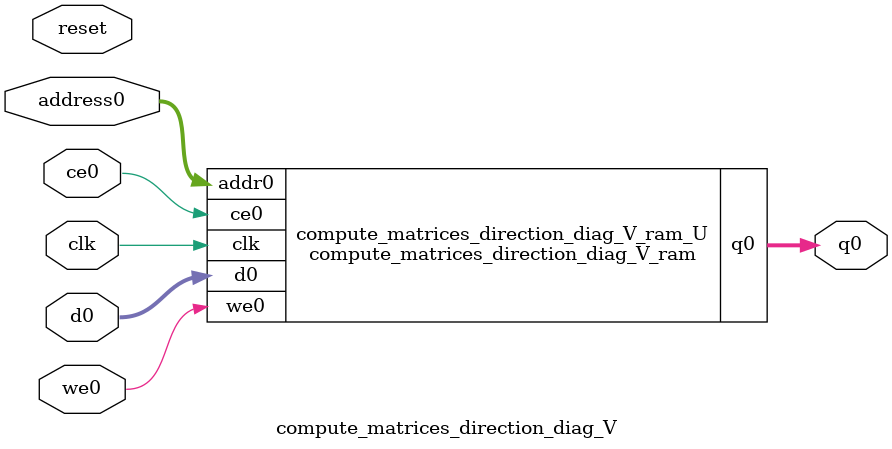
<source format=v>
`timescale 1 ns / 1 ps
module compute_matrices_direction_diag_V_ram (addr0, ce0, d0, we0, q0,  clk);

parameter DWIDTH = 2;
parameter AWIDTH = 8;
parameter MEM_SIZE = 256;

input[AWIDTH-1:0] addr0;
input ce0;
input[DWIDTH-1:0] d0;
input we0;
output reg[DWIDTH-1:0] q0;
input clk;

reg [DWIDTH-1:0] ram[0:MEM_SIZE-1];




always @(posedge clk)  
begin 
    if (ce0) begin
        if (we0) 
            ram[addr0] <= d0; 
        q0 <= ram[addr0];
    end
end


endmodule

`timescale 1 ns / 1 ps
module compute_matrices_direction_diag_V(
    reset,
    clk,
    address0,
    ce0,
    we0,
    d0,
    q0);

parameter DataWidth = 32'd2;
parameter AddressRange = 32'd256;
parameter AddressWidth = 32'd8;
input reset;
input clk;
input[AddressWidth - 1:0] address0;
input ce0;
input we0;
input[DataWidth - 1:0] d0;
output[DataWidth - 1:0] q0;



compute_matrices_direction_diag_V_ram compute_matrices_direction_diag_V_ram_U(
    .clk( clk ),
    .addr0( address0 ),
    .ce0( ce0 ),
    .we0( we0 ),
    .d0( d0 ),
    .q0( q0 ));

endmodule


</source>
